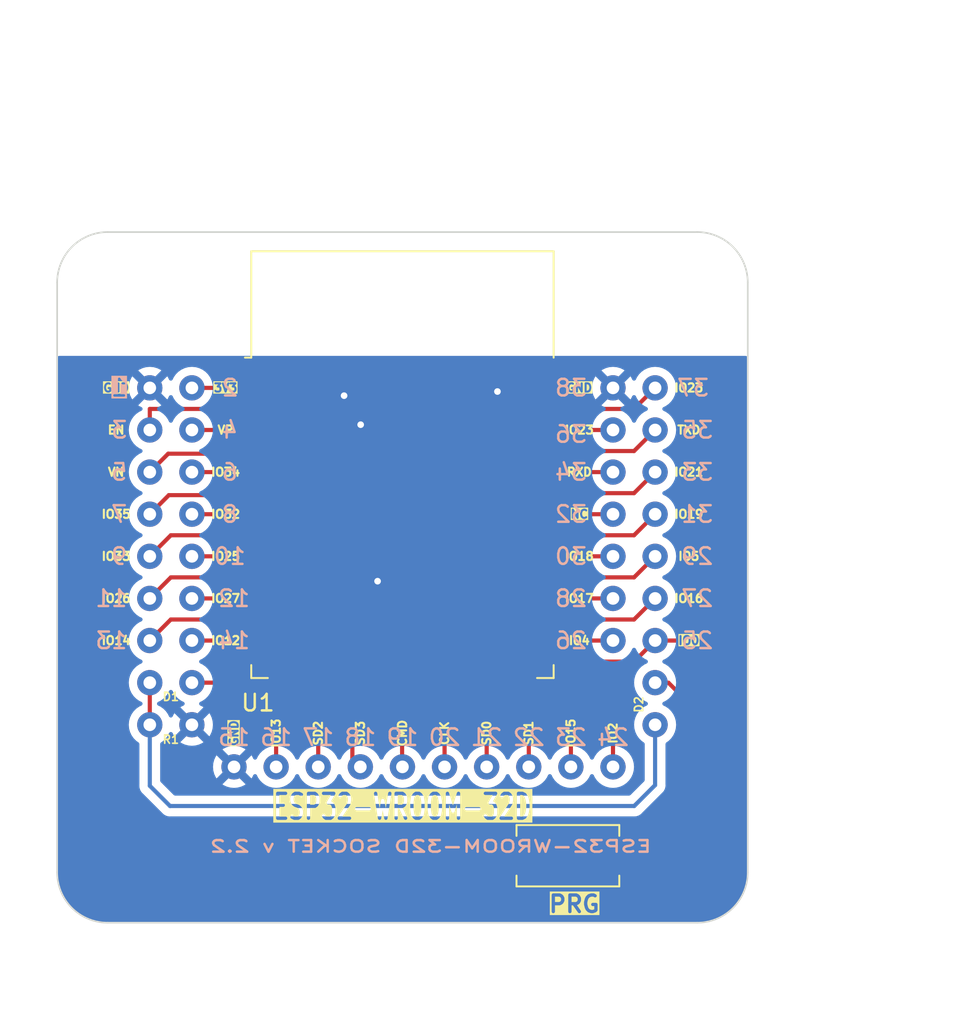
<source format=kicad_pcb>
(kicad_pcb (version 20221018) (generator pcbnew)
  (layers (0 "F.Cu" signal) (31 "B.Cu" signal) (34 "B.Paste" user) (35 "F.Paste" user) (36 "B.SilkS" user "B.Silkscreen") (37 "F.SilkS" user "F.Silkscreen") (38 "B.Mask" user) (39 "F.Mask" user) (44 "Edge.Cuts" user))
  (net 0 "")
  (net 1 "GND")
  (net 2 "+3V3")
  (net 3 "unconnected-(U1-EN-Pad3)")
  (net 4 "unconnected-(U1-SENSOR_VP-Pad4)")
  (net 5 "unconnected-(U1-SENSOR_VN-Pad5)")
  (net 6 "unconnected-(U1-IO34-Pad6)")
  (net 7 "unconnected-(U1-IO35-Pad7)")
  (net 8 "unconnected-(U1-IO32-Pad8)")
  (net 9 "unconnected-(U1-IO33-Pad9)")
  (net 10 "unconnected-(U1-IO25-Pad10)")
  (net 11 "unconnected-(U1-IO26-Pad11)")
  (net 12 "unconnected-(U1-IO27-Pad12)")
  (net 13 "unconnected-(U1-IO14-Pad13)")
  (net 14 "unconnected-(U1-IO12-Pad14)")
  (net 15 "unconnected-(U1-IO13-Pad16)")
  (net 16 "unconnected-(U1-SHD{slash}SD2-Pad17)")
  (net 17 "unconnected-(U1-SWP{slash}SD3-Pad18)")
  (net 18 "unconnected-(U1-SCS{slash}CMD-Pad19)")
  (net 19 "unconnected-(U1-SCK{slash}CLK-Pad20)")
  (net 20 "unconnected-(U1-SDO{slash}SD0-Pad21)")
  (net 21 "unconnected-(U1-SDI{slash}SD1-Pad22)")
  (net 22 "unconnected-(U1-IO15-Pad23)")
  (net 23 "unconnected-(U1-IO2-Pad24)")
  (net 24 "unconnected-(U1-IO4-Pad26)")
  (net 25 "unconnected-(U1-IO16-Pad27)")
  (net 26 "unconnected-(U1-IO17-Pad28)")
  (net 27 "unconnected-(U1-IO5-Pad29)")
  (net 28 "unconnected-(U1-IO18-Pad30)")
  (net 29 "unconnected-(U1-IO19-Pad31)")
  (net 30 "unconnected-(U1-NC-Pad32)")
  (net 31 "unconnected-(U1-IO21-Pad33)")
  (net 32 "unconnected-(U1-RXD0{slash}IO3-Pad34)")
  (net 33 "unconnected-(U1-TXD0{slash}IO1-Pad35)")
  (net 34 "unconnected-(U1-IO22-Pad36)")
  (net 35 "unconnected-(U1-IO23-Pad37)")
  (net 36 "Net-(D1-K)")
  (net 37 "Net-(D2-A)")
  (net 38 "Net-(U1-IO0)")
  (footprint "Alexander Footprints Library:R_2.5mm" (layer "F.Cu") (at 147.32 104.14)
    (fp_text reference "R1" (at -1.27 -1.651 unlocked) (layer "F.SilkS") (effects (font (size 0.5 0.5) (thickness 0.1))))
    (fp_text value "R")
    (pad "1" thru_hole circle (at -2.54 -2.54) (size 1.524 1.524) (drill 0.762) (layers "*.Cu" "*.Mask") (net 36 "Net-(D1-K)"))
    (pad "2" thru_hole circle (at 0 -2.54) (size 1.524 1.524) (drill 0.762) (layers "*.Cu" "*.Mask") (net 1 "GND"))
  )
  (footprint "Alexander Footprints Library:LED_2.5mm" (layer "F.Cu") (at 177.8 99.06 90)
    (fp_text reference "D2" (at -0.762 -3.2258 90 unlocked) (layer "F.SilkS") (effects (font (size 0.5 0.5) (thickness 0.1)) (justify right bottom)))
    (fp_text value "LED")
    (pad "1" thru_hole circle (at -2.54 -2.54 90) (size 1.524 1.524) (drill 0.762) (layers "*.Cu" "*.Mask") (net 36 "Net-(D1-K)"))
    (pad "2" thru_hole circle (at 0 -2.54 90) (size 1.524 1.524) (drill 0.762) (layers "*.Cu" "*.Mask") (net 37 "Net-(D2-A)"))
  )
  (footprint "Alexander Footprints Library:LED_2.5mm" (layer "F.Cu") (at 147.32 109.22)
    (fp_text reference "D1" (at -1.27 -9.017 unlocked) (layer "F.SilkS") (effects (font (size 0.5 0.5) (thickness 0.1)) (justify bottom)))
    (fp_text value "LED")
    (pad "1" thru_hole circle (at -2.54 -10.16) (size 1.524 1.524) (drill 0.762) (layers "*.Cu" "*.Mask") (net 36 "Net-(D1-K)"))
    (pad "2" thru_hole circle (at 0 -10.16) (size 1.524 1.524) (drill 0.762) (layers "*.Cu" "*.Mask") (net 2 "+3V3"))
  )
  (footprint "Alexander Footprints Library:ESP32-WROOM-Adapter-2" (layer "F.Cu") (at 160.02 88.9)
    (fp_text reference "U1" (at -7.62 10.795) (layer "F.SilkS") (effects (justify right top)))
    (fp_text value "ESP32-WROOM-32D")
    (fp_text user "ESP32-WROOM-32D" (at 0 17.653 unlocked) (layer "F.SilkS" knockout) (effects (font (size 1.5 1) (thickness 0.2) bold)))
    (fp_line (start -9.12 -15.86) (end -9.12 -9.445) (stroke (width 0.12)) (layer "F.SilkS"))
    (fp_line (start -9.12 -15.86) (end 9.12 -15.86) (stroke (width 0.12)) (layer "F.SilkS"))
    (fp_line (start -9.12 -9.445) (end -9.5 -9.445) (stroke (width 0.12)) (layer "F.SilkS"))
    (fp_line (start -9.12 9.1) (end -9.12 9.88) (stroke (width 0.12)) (layer "F.SilkS"))
    (fp_line (start -9.12 9.88) (end -8.12 9.88) (stroke (width 0.12)) (layer "F.SilkS"))
    (fp_line (start 9.12 -15.86) (end 9.12 -9.445) (stroke (width 0.12)) (layer "F.SilkS"))
    (fp_line (start 9.12 9.1) (end 9.12 9.88) (stroke (width 0.12)) (layer "F.SilkS"))
    (fp_line (start 9.12 9.88) (end 8.12 9.88) (stroke (width 0.12)) (layer "F.SilkS"))
    (pad "1" thru_hole circle (at -15.24 -7.62) (size 1.524 1.524) (drill 0.762) (layers "*.Cu" "*.Mask") (net 1 "GND"))
    (pad "1" smd rect (at -8.75 -8.25) (size 1.5 0.9) (layers "F.Cu" "F.Paste" "F.Mask") (net 1 "GND"))
    (pad "2" thru_hole circle (at -12.7 -7.62) (size 1.524 1.524) (drill 0.762) (layers "*.Cu" "*.Mask") (net 2 "+3V3"))
    (pad "2" smd rect (at -8.75 -6.98) (size 1.5 0.9) (layers "F.Cu" "F.Paste" "F.Mask") (net 2 "+3V3"))
    (pad "3" thru_hole circle (at -15.24 -5.08) (size 1.524 1.524) (drill 0.762) (layers "*.Cu" "*.Mask") (net 3 "unconnected-(U1-EN-Pad3)"))
    (pad "3" smd rect (at -8.75 -5.71) (size 1.5 0.9) (layers "F.Cu" "F.Paste" "F.Mask") (net 3 "unconnected-(U1-EN-Pad3)"))
    (pad "4" thru_hole circle (at -12.7 -5.08) (size 1.524 1.524) (drill 0.762) (layers "*.Cu" "*.Mask") (net 4 "unconnected-(U1-SENSOR_VP-Pad4)"))
    (pad "4" smd rect (at -8.75 -4.44) (size 1.5 0.9) (layers "F.Cu" "F.Paste" "F.Mask") (net 4 "unconnected-(U1-SENSOR_VP-Pad4)"))
    (pad "5" thru_hole circle (at -15.24 -2.54) (size 1.524 1.524) (drill 0.762) (layers "*.Cu" "*.Mask") (net 5 "unconnected-(U1-SENSOR_VN-Pad5)"))
    (pad "5" smd rect (at -8.75 -3.17) (size 1.5 0.9) (layers "F.Cu" "F.Paste" "F.Mask") (net 5 "unconnected-(U1-SENSOR_VN-Pad5)"))
    (pad "6" thru_hole circle (at -12.7 -2.54) (size 1.524 1.524) (drill 0.762) (layers "*.Cu" "*.Mask") (net 6 "unconnected-(U1-IO34-Pad6)"))
    (pad "6" smd rect (at -8.75 -1.9) (size 1.5 0.9) (layers "F.Cu" "F.Paste" "F.Mask") (net 6 "unconnected-(U1-IO34-Pad6)"))
    (pad "7" thru_hole circle (at -15.24 0) (size 1.524 1.524) (drill 0.762) (layers "*.Cu" "*.Mask") (net 7 "unconnected-(U1-IO35-Pad7)"))
    (pad "7" smd rect (at -8.75 -0.63) (size 1.5 0.9) (layers "F.Cu" "F.Paste" "F.Mask") (net 7 "unconnected-(U1-IO35-Pad7)"))
    (pad "8" thru_hole circle (at -12.7 0) (size 1.524 1.524) (drill 0.762) (layers "*.Cu" "*.Mask") (net 8 "unconnected-(U1-IO32-Pad8)"))
    (pad "8" smd rect (at -8.75 0.64) (size 1.5 0.9) (layers "F.Cu" "F.Paste" "F.Mask") (net 8 "unconnected-(U1-IO32-Pad8)"))
    (pad "9" thru_hole circle (at -15.24 2.54) (size 1.524 1.524) (drill 0.762) (layers "*.Cu" "*.Mask") (net 9 "unconnected-(U1-IO33-Pad9)"))
    (pad "9" smd rect (at -8.75 1.91) (size 1.5 0.9) (layers "F.Cu" "F.Paste" "F.Mask") (net 9 "unconnected-(U1-IO33-Pad9)"))
    (pad "10" thru_hole circle (at -12.7 2.54) (size 1.524 1.524) (drill 0.762) (layers "*.Cu" "*.Mask") (net 10 "unconnected-(U1-IO25-Pad10)"))
    (pad "10" smd rect (at -8.75 3.18) (size 1.5 0.9) (layers "F.Cu" "F.Paste" "F.Mask") (net 10 "unconnected-(U1-IO25-Pad10)"))
    (pad "11" thru_hole circle (at -15.24 5.08) (size 1.524 1.524) (drill 0.762) (layers "*.Cu" "*.Mask") (net 11 "unconnected-(U1-IO26-Pad11)"))
    (pad "11" smd rect (at -8.75 4.45) (size 1.5 0.9) (layers "F.Cu" "F.Paste" "F.Mask") (net 11 "unconnected-(U1-IO26-Pad11)"))
    (pad "12" thru_hole circle (at -12.7 5.08) (size 1.524 1.524) (drill 0.762) (layers "*.Cu" "*.Mask") (net 12 "unconnected-(U1-IO27-Pad12)"))
    (pad "12" smd rect (at -8.75 5.72) (size 1.5 0.9) (layers "F.Cu" "F.Paste" "F.Mask") (net 12 "unconnected-(U1-IO27-Pad12)"))
    (pad "13" thru_hole circle (at -15.24 7.62) (size 1.524 1.524) (drill 0.762) (layers "*.Cu" "*.Mask") (net 13 "unconnected-(U1-IO14-Pad13)"))
    (pad "13" smd rect (at -8.75 6.99) (size 1.5 0.9) (layers "F.Cu" "F.Paste" "F.Mask") (net 13 "unconnected-(U1-IO14-Pad13)"))
    (pad "14" thru_hole circle (at -12.7 7.62) (size 1.524 1.524) (drill 0.762) (layers "*.Cu" "*.Mask") (net 14 "unconnected-(U1-IO12-Pad14)"))
    (pad "14" smd rect (at -8.75 8.26) (size 1.5 0.9) (layers "F.Cu" "F.Paste" "F.Mask") (net 14 "unconnected-(U1-IO12-Pad14)"))
    (pad "15" thru_hole circle (at -10.16 15.24 90) (size 1.524 1.524) (drill 0.762) (layers "*.Cu" "*.Mask") (net 1 "GND"))
    (pad "15" smd rect (at -5.71 9.51 90) (size 1.5 0.9) (layers "F.Cu" "F.Paste" "F.Mask") (net 1 "GND"))
    (pad "16" thru_hole circle (at -7.62 15.24 90) (size 1.524 1.524) (drill 0.762) (layers "*.Cu" "*.Mask") (net 15 "unconnected-(U1-IO13-Pad16)"))
    (pad "16" smd rect (at -4.44 9.51 90) (size 1.5 0.9) (layers "F.Cu" "F.Paste" "F.Mask") (net 15 "unconnected-(U1-IO13-Pad16)"))
    (pad "17" thru_hole circle (at -5.08 15.24 90) (size 1.524 1.524) (drill 0.762) (layers "*.Cu" "*.Mask") (net 16 "unconnected-(U1-SHD{slash}SD2-Pad17)"))
    (pad "17" smd rect (at -3.17 9.51 90) (size 1.5 0.9) (layers "F.Cu" "F.Paste" "F.Mask") (net 16 "unconnected-(U1-SHD{slash}SD2-Pad17)"))
    (pad "18" thru_hole circle (at -2.54 15.24 90) (size 1.524 1.524) (drill 0.762) (layers "*.Cu" "*.Mask") (net 17 "unconnected-(U1-SWP{slash}SD3-Pad18)"))
    (pad "18" smd rect (at -1.9 9.51 90) (size 1.5 0.9) (layers "F.Cu" "F.Paste" "F.Mask") (net 17 "unconnected-(U1-SWP{slash}SD3-Pad18)"))
    (pad "19" smd rect (at -0.63 9.51 90) (size 1.5 0.9) (layers "F.Cu" "F.Paste" "F.Mask") (net 18 "unconnected-(U1-SCS{slash}CMD-Pad19)"))
    (pad "19" thru_hole circle (at 0 15.24 90) (size 1.524 1.524) (drill 0.762) (layers "*.Cu" "*.Mask") (net 18 "unconnected-(U1-SCS{slash}CMD-Pad19)"))
    (pad "20" smd rect (at 0.64 9.51 90) (size 1.5 0.9) (layers "F.Cu" "F.Paste" "F.Mask") (net 19 "unconnected-(U1-SCK{slash}CLK-Pad20)"))
    (pad "20" thru_hole circle (at 2.54 15.24 90) (size 1.524 1.524) (drill 0.762) (layers "*.Cu" "*.Mask") (net 19 "unconnected-(U1-SCK{slash}CLK-Pad20)"))
    (pad "21" smd rect (at 1.91 9.51 90) (size 1.5 0.9) (layers "F.Cu" "F.Paste" "F.Mask") (net 20 "unconnected-(U1-SDO{slash}SD0-Pad21)"))
    (pad "21" thru_hole circle (at 5.08 15.24 90) (size 1.524 1.524) (drill 0.762) (layers "*.Cu" "*.Mask") (net 20 "unconnected-(U1-SDO{slash}SD0-Pad21)"))
    (pad "22" smd rect (at 3.18 9.51 90) (size 1.5 0.9) (layers "F.Cu" "F.Paste" "F.Mask") (net 21 "unconnected-(U1-SDI{slash}SD1-Pad22)"))
    (pad "22" thru_hole circle (at 7.62 15.24 90) (size 1.524 1.524) (drill 0.762) (layers "*.Cu" "*.Mask") (net 21 "unconnected-(U1-SDI{slash}SD1-Pad22)"))
    (pad "23" smd rect (at 4.45 9.51 90) (size 1.5 0.9) (layers "F.Cu" "F.Paste" "F.Mask") (net 22 "unconnected-(U1-IO15-Pad23)"))
    (pad "23" thru_hole circle (at 10.16 15.24 90) (size 1.524 1.524) (drill 0.762) (layers "*.Cu" "*.Mask") (net 22 "unconnected-(U1-IO15-Pad23)"))
    (pad "24" smd rect (at 5.72 9.51 90) (size 1.5 0.9) (layers "F.Cu" "F.Paste" "F.Mask") (net 23 "unconnected-(U1-IO2-Pad24)"))
    (pad "24" thru_hole circle (at 12.7 15.24 90) (size 1.524 1.524) (drill 0.762) (layers "*.Cu" "*.Mask") (net 23 "unconnected-(U1-IO2-Pad24)"))
    (pad "25" smd rect (at 8.75 8.26) (size 1.5 0.9) (layers "F.Cu" "F.Paste" "F.Mask") (net 38 "Net-(U1-IO0)"))
    (pad "25" thru_hole circle (at 15.24 7.62) (size 1.524 1.524) (drill 0.762) (layers "*.Cu" "*.Mask") (net 38 "Net-(U1-IO0)"))
    (pad "26" smd rect (at 8.75 6.99) (size 1.5 0.9) (layers "F.Cu" "F.Paste" "F.Mask") (net 24 "unconnected-(U1-IO4-Pad26)"))
    (pad "26" thru_hole circle (at 12.7 7.62) (size 1.524 1.524) (drill 0.762) (layers "*.Cu" "*.Mask") (net 24 "unconnected-(U1-IO4-Pad26)"))
    (pad "27" smd rect (at 8.75 5.72) (size 1.5 0.9) (layers "F.Cu" "F.Paste" "F.Mask") (net 25 "unconnected-(U1-IO16-Pad27)"))
    (pad "27" thru_hole circle (at 15.24 5.08) (size 1.524 1.524) (drill 0.762) (layers "*.Cu" "*.Mask") (net 25 "unconnected-(U1-IO16-Pad27)"))
    (pad "28" smd rect (at 8.75 4.45) (size 1.5 0.9) (layers "F.Cu" "F.Paste" "F.Mask") (net 26 "unconnected-(U1-IO17-Pad28)"))
    (pad "28" thru_hole circle (at 12.7 5.08) (size 1.524 1.524) (drill 0.762) (layers "*.Cu" "*.Mask") (net 26 "unconnected-(U1-IO17-Pad28)"))
    (pad "29" smd rect (at 8.75 3.18) (size 1.5 0.9) (layers "F.Cu" "F.Paste" "F.Mask") (net 27 "unconnected-(U1-IO5-Pad29)"))
    (pad "29" thru_hole circle (at 15.24 2.54) (size 1.524 1.524) (drill 0.762) (layers "*.Cu" "*.Mask") (net 27 "unconnected-(U1-IO5-Pad29)"))
    (pad "30" smd rect (at 8.75 1.91) (size 1.5 0.9) (layers "F.Cu" "F.Paste" "F.Mask") (net 28 "unconnected-(U1-IO18-Pad30)"))
    (pad "30" thru_hole circle (at 12.7 2.54) (size 1.524 1.524) (drill 0.762) (layers "*.Cu" "*.Mask") (net 28 "unconnected-(U1-IO18-Pad30)"))
    (pad "31" smd rect (at 8.75 0.64) (size 1.5 0.9) (layers "F.Cu" "F.Paste" "F.Mask") (net 29 "unconnected-(U1-IO19-Pad31)"))
    (pad "31" thru_hole circle (at 15.24 0) (size 1.524 1.524) (drill 0.762) (layers "*.Cu" "*.Mask") (net 29 "unconnected-(U1-IO19-Pad31)"))
    (pad "32" smd rect (at 8.75 -0.63) (size 1.5 0.9) (layers "F.Cu" "F.Paste" "F.Mask") (net 30 "unconnected-(U1-NC-Pad32)"))
    (pad "32" thru_hole circle (at 12.7 0) (size 1.524 1.524) (drill 0.762) (layers "*.Cu" "*.Mask") (net 30 "unconnected-(U1-NC-Pad32)"))
    (pad "33" smd rect (at 8.75 -1.9) (size 1.5 0.9) (layers "F.Cu" "F.Paste" "F.Mask") (net 31 "unconnected-(U1-IO21-Pad33)"))
    (pad "33" thru_hole circle (at 15.24 -2.54) (size 1.524 1.524) (drill 0.762) (layers "*.Cu" "*.Mask") (net 31 "unconnected-(U1-IO21-Pad33)"))
    (pad "34" smd rect (at 8.75 -3.17) (size 1.5 0.9) (layers "F.Cu" "F.Paste" "F.Mask") (net 32 "unconnected-(U1-RXD0{slash}IO3-Pad34)"))
    (pad "34" thru_hole circle (at 12.7 -2.54) (size 1.524 1.524) (drill 0.762) (layers "*.Cu" "*.Mask") (net 32 "unconnected-(U1-RXD0{slash}IO3-Pad34)"))
    (pad "35" smd rect (at 8.75 -4.44) (size 1.5 0.9) (layers "F.Cu" "F.Paste" "F.Mask") (net 33 "unconnected-(U1-TXD0{slash}IO1-Pad35)"))
    (pad "35" thru_hole circle (at 15.24 -5.08) (size 1.524 1.524) (drill 0.762) (layers "*.Cu" "*.Mask") (net 33 "unconnected-(U1-TXD0{slash}IO1-Pad35)"))
    (pad "36" smd rect (at 8.75 -5.71) (size 1.5 0.9) (layers "F.Cu" "F.Paste" "F.Mask") (net 34 "unconnected-(U1-IO22-Pad36)"))
    (pad "36" thru_hole circle (at 12.7 -5.08) (size 1.524 1.524) (drill 0.762) (layers "*.Cu" "*.Mask") (net 34 "unconnected-(U1-IO22-Pad36)"))
    (pad "37" smd rect (at 8.75 -6.98) (size 1.5 0.9) (layers "F.Cu" "F.Paste" "F.Mask") (net 35 "unconnected-(U1-IO23-Pad37)"))
    (pad "37" thru_hole circle (at 15.24 -7.62) (size 1.524 1.524) (drill 0.762) (layers "*.Cu" "*.Mask") (net 35 "unconnected-(U1-IO23-Pad37)"))
    (pad "38" smd rect (at 8.75 -8.25) (size 1.5 0.9) (layers "F.Cu" "F.Paste" "F.Mask") (net 1 "GND"))
    (pad "38" thru_hole circle (at 12.7 -7.62) (size 1.524 1.524) (drill 0.762) (layers "*.Cu" "*.Mask") (net 1 "GND"))
    (pad "39" smd rect (at -1.5 -0.53) (size 3.8 3.8) (layers "F.Cu" "F.Mask") (net 1 "GND"))
    (zone (net 0) (net_name "") (layers "*.Cu") (connect_pads (clearance 0)) (min_thickness 0.254)
      (keepout (tracks not_allowed) (vias not_allowed) (pads not_allowed) (copperpour not_allowed) (footprints not_allowed))
      (fill (thermal_gap 0.508) (thermal_bridge_width 0.508))
      (polygon (pts (xy 136.02 79.35) (xy 184.02 79.35) (xy 184.02 58.16) (xy 136.02 58.16)))
    )
  )
  (footprint "Button_Switch_SMD:SW_SPST_EVQPE1" (layer "F.Cu") (at 170 109.5 180)
    (fp_text reference "SW1" hide)
    (fp_text value "PRG")
    (fp_line (start -3.1 -1.85) (end -3.1 -1.2) (stroke (width 0.12)) (layer "F.SilkS"))
    (fp_line (start -3.1 1.2) (end -3.1 1.85) (stroke (width 0.12)) (layer "F.SilkS"))
    (fp_line (start -3.1 1.85) (end 3.1 1.85) (stroke (width 0.12)) (layer "F.SilkS"))
    (fp_line (start 3.1 -1.85) (end -3.1 -1.85) (stroke (width 0.12)) (layer "F.SilkS"))
    (fp_line (start 3.1 -1.85) (end 3.1 -1.2) (stroke (width 0.12)) (layer "F.SilkS"))
    (fp_line (start 3.1 1.85) (end 3.1 1.2) (stroke (width 0.12)) (layer "F.SilkS"))
    (pad "1" smd rect (at -2.7 0 180) (size 2 1.6) (layers "F.Cu" "F.Paste" "F.Mask") (net 38 "Net-(U1-IO0)"))
    (pad "2" smd rect (at 2.7 0 180) (size 2 1.6) (layers "F.Cu" "F.Paste" "F.Mask") (net 37 "Net-(D2-A)"))
  )
  (gr_line (start 177.8 113.538) (end 142.24 113.538) (stroke (width 0.1)) (layer "Edge.Cuts"))
  (gr_arc (start 177.8 71.882) (mid 179.955261 72.774739) (end 180.848 74.93) (stroke (width 0.1)) (layer "Edge.Cuts"))
  (gr_arc (start 139.192 74.93) (mid 140.084739 72.774739) (end 142.24 71.882) (stroke (width 0.1)) (layer "Edge.Cuts"))
  (gr_arc (start 142.24 113.538) (mid 140.084739 112.645261) (end 139.192 110.49) (stroke (width 0.1)) (layer "Edge.Cuts"))
  (gr_arc (start 180.848 110.49) (mid 179.955261 112.645261) (end 177.8 113.538) (stroke (width 0.1)) (layer "Edge.Cuts"))
  (gr_line (start 139.192 74.93) (end 139.192 110.49) (stroke (width 0.1)) (layer "Edge.Cuts"))
  (gr_line (start 177.8 71.882) (end 142.24 71.882) (stroke (width 0.1)) (layer "Edge.Cuts"))
  (gr_line (start 180.848 110.49) (end 180.848 74.93) (stroke (width 0.1)) (layer "Edge.Cuts"))
  (gr_text "26" (at 170.18 96.52) (layer "B.SilkS") (effects (font (size 1 1)) (justify mirror)))
  (gr_text "14" (at 149.86 96.52) (layer "B.SilkS") (effects (font (size 1 1)) (justify mirror)))
  (gr_text "18" (at 157.48 102.362) (layer "B.SilkS") (effects (font (size 1 1)) (justify mirror)))
  (gr_text "13" (at 143.51 96.52) (layer "B.SilkS") (effects (font (size 1 1)) (justify left mirror)))
  (gr_text "15" (at 149.86 102.362) (layer "B.SilkS") (effects (font (size 1 1)) (justify mirror)))
  (gr_text "24" (at 172.72 102.362) (layer "B.SilkS") (effects (font (size 1 1)) (justify mirror)))
  (gr_text "6" (at 149.606 86.36) (layer "B.SilkS") (effects (font (size 1 1)) (justify mirror)))
  (gr_text "7" (at 143.51 88.9) (layer "B.SilkS") (effects (font (size 1 1)) (justify left mirror)))
  (gr_text "28" (at 170.18 93.98) (layer "B.SilkS") (effects (font (size 1 1)) (justify mirror)))
  (gr_text "33" (at 177.8 86.36) (layer "B.SilkS") (effects (font (size 1 1)) (justify mirror)))
  (gr_text "19" (at 160.02 102.362) (layer "B.SilkS") (effects (font (size 1 1)) (justify mirror)))
  (gr_text "5" (at 143.51 86.36) (layer "B.SilkS") (effects (font (size 1 1)) (justify left mirror)))
  (gr_text "31" (at 177.8 88.9) (layer "B.SilkS") (effects (font (size 1 1)) (justify mirror)))
  (gr_text "10" (at 149.606 91.44) (layer "B.SilkS") (effects (font (size 1 1)) (justify mirror)))
  (gr_text "16" (at 152.4 102.362) (layer "B.SilkS") (effects (font (size 1 1)) (justify mirror)))
  (gr_text "3" (at 143.51 83.82) (layer "B.SilkS") (effects (font (size 1 1)) (justify left mirror)))
  (gr_text "32" (at 170.18 88.9) (layer "B.SilkS") (effects (font (size 1 1)) (justify mirror)))
  (gr_text "22" (at 167.64 102.362) (layer "B.SilkS") (effects (font (size 1 1)) (justify mirror)))
  (gr_text "27" (at 177.8 93.98) (layer "B.SilkS") (effects (font (size 1 1)) (justify mirror)))
  (gr_text "4" (at 149.606 83.82) (layer "B.SilkS") (effects (font (size 1 1)) (justify mirror)))
  (gr_text "25" (at 177.8 96.52) (layer "B.SilkS") (effects (font (size 1 1)) (justify mirror)))
  (gr_text "8" (at 149.606 88.9) (layer "B.SilkS") (effects (font (size 1 1)) (justify mirror)))
  (gr_text "17" (at 154.94 102.362) (layer "B.SilkS") (effects (font (size 1 1)) (justify mirror)))
  (gr_text "36" (at 170.18 84.074) (layer "B.SilkS") (effects (font (size 1 1)) (justify mirror)))
  (gr_text "37" (at 177.546 81.28) (layer "B.SilkS") (effects (font (size 1 1)) (justify mirror)))
  (gr_text "23\n" (at 170.18 102.362) (layer "B.SilkS") (effects (font (size 1 1)) (justify mirror)))
  (gr_text "29" (at 177.8 91.44) (layer "B.SilkS") (effects (font (size 1 1)) (justify mirror)))
  (gr_text "35" (at 177.8 83.82) (layer "B.SilkS") (effects (font (size 1 1)) (justify mirror)))
  (gr_text "30" (at 170.18 91.44) (layer "B.SilkS") (effects (font (size 1 1)) (justify mirror)))
  (gr_text "9" (at 143.51 91.44) (layer "B.SilkS") (effects (font (size 1 1)) (justify left mirror)))
  (gr_text "11" (at 143.51 93.98) (layer "B.SilkS") (effects (font (size 1 1)) (justify left mirror)))
  (gr_text "34" (at 170.18 86.36) (layer "B.SilkS") (effects (font (size 1 1)) (justify mirror)))
  (gr_text "2" (at 149.606 81.28) (layer "B.SilkS") (effects (font (size 1 1)) (justify mirror)))
  (gr_text "20" (at 162.56 102.362) (layer "B.SilkS") (effects (font (size 1 1)) (justify mirror)))
  (gr_text "12" (at 149.86 93.98) (layer "B.SilkS") (effects (font (size 1 1)) (justify mirror)))
  (gr_text "21" (at 165.1 102.362) (layer "B.SilkS") (effects (font (size 1 1)) (justify mirror)))
  (gr_text "1" (at 143.51 81.28) (layer "B.SilkS" knockout) (effects (font (size 1 1)) (justify left mirror)))
  (gr_text "38" (at 170.18 81.28) (layer "B.SilkS") (effects (font (size 1 1)) (justify mirror)))
  (gr_text "ESP32-WROOM-32D SOCKET v 2.2" (at 175.133 109.347) (layer "B.SilkS") (effects (font (size 0.7 1)) (justify left bottom mirror)))
  (gr_text "RXD" (at 170.688 86.36) (layer "F.SilkS") (effects (font (size 0.5 0.5) (thickness 0.125))))
  (gr_text "CMD" (at 160.02 102.108 90) (layer "F.SilkS") (effects (font (size 0.5 0.5) (thickness 0.125))))
  (gr_text "IO23" (at 170.688 83.82) (layer "F.SilkS") (effects (font (size 0.5 0.5) (thickness 0.125))))
  (gr_text "SD2" (at 154.94 102.108 90) (layer "F.SilkS") (effects (font (size 0.5 0.5) (thickness 0.125))))
  (gr_text "CLK" (at 162.56 102.108 90) (layer "F.SilkS") (effects (font (size 0.5 0.5) (thickness 0.125))))
  (gr_text "IO18" (at 170.688 91.44) (layer "F.SilkS") (effects (font (size 0.5 0.5) (thickness 0.125))))
  (gr_text "IO13" (at 152.4 102.108 90) (layer "F.SilkS") (effects (font (size 0.5 0.5) (thickness 0.125))))
  (gr_text "SD0" (at 165.1 102.108 90) (layer "F.SilkS") (effects (font (size 0.5 0.5) (thickness 0.125))))
  (gr_text "IO35" (at 142.748 88.9) (layer "F.SilkS") (effects (font (size 0.5 0.5) (thickness 0.125))))
  (gr_text "IO4" (at 170.688 96.52) (layer "F.SilkS") (effects (font (size 0.5 0.5) (thickness 0.125))))
  (gr_text "IO14" (at 142.748 96.52) (layer "F.SilkS") (effects (font (size 0.5 0.5) (thickness 0.125))))
  (gr_text "IO15" (at 170.18 102.108 90) (layer "F.SilkS") (effects (font (size 0.5 0.5) (thickness 0.125))))
  (gr_text "PRG" (at 168.75 113) (layer "F.SilkS" knockout) (effects (font (size 1 1) (thickness 0.2) bold) (justify left bottom)))
  (gr_text "IO5" (at 177.292 91.44) (layer "F.SilkS") (effects (font (size 0.5 0.5) (thickness 0.125))))
  (gr_text "VN" (at 142.748 86.36) (layer "F.SilkS") (effects (font (size 0.5 0.5) (thickness 0.125))))
  (gr_text "IO25" (at 149.352 91.44) (layer "F.SilkS") (effects (font (size 0.5 0.5) (thickness 0.125))))
  (gr_text "SD1" (at 167.64 102.108 90) (layer "F.SilkS") (effects (font (size 0.5 0.5) (thickness 0.125))))
  (gr_text "IO12" (at 149.352 96.52) (layer "F.SilkS") (effects (font (size 0.5 0.5) (thickness 0.125))))
  (gr_text "3V3" (at 149.352 81.28) (layer "F.SilkS" knockout) (effects (font (size 0.5 0.5) (thickness 0.125))))
  (gr_text "IO26" (at 142.748 93.98) (layer "F.SilkS") (effects (font (size 0.5 0.5) (thickness 0.125))))
  (gr_text "VP" (at 149.352 83.82) (layer "F.SilkS") (effects (font (size 0.5 0.5) (thickness 0.125))))
  (gr_text "GND" (at 142.748 81.28) (layer "F.SilkS" knockout) (effects (font (size 0.5 0.5) (thickness 0.125))))
  (gr_text "IO34" (at 149.352 86.36) (layer "F.SilkS") (effects (font (size 0.5 0.5) (thickness 0.125))))
  (gr_text "IO23" (at 177.292 81.28) (layer "F.SilkS") (effects (font (size 0.5 0.5) (thickness 0.125))))
  (gr_text "IO16" (at 177.292 93.98) (layer "F.SilkS") (effects (font (size 0.5 0.5) (thickness 0.125))))
  (gr_text "IO17" (at 170.688 93.98) (layer "F.SilkS") (effects (font (size 0.5 0.5) (thickness 0.125))))
  (gr_text "IO0" (at 177.292 96.52) (layer "F.SilkS" knockout) (effects (font (size 0.5 0.5) (thickness 0.125))))
  (gr_text "TXD" (at 177.292 83.82) (layer "F.SilkS") (effects (font (size 0.5 0.5) (thickness 0.125))))
  (gr_text "SD3" (at 157.48 102.108 90) (layer "F.SilkS") (effects (font (size 0.5 0.5) (thickness 0.125))))
  (gr_text "EN" (at 142.748 83.82) (layer "F.SilkS") (effects (font (size 0.5 0.5) (thickness 0.125))))
  (gr_text "IO19" (at 177.292 88.9) (layer "F.SilkS") (effects (font (size 0.5 0.5) (thickness 0.125))))
  (gr_text "IO32" (at 149.352 88.9) (layer "F.SilkS") (effects (font (size 0.5 0.5) (thickness 0.125))))
  (gr_text "GND" (at 170.688 81.28) (layer "F.SilkS" knockout) (effects (font (size 0.5 0.5) (thickness 0.125))))
  (gr_text "IO27" (at 149.352 93.98) (layer "F.SilkS") (effects (font (size 0.5 0.5) (thickness 0.125))))
  (gr_text "GND" (at 149.86 102.108 90) (layer "F.SilkS" knockout) (effects (font (size 0.5 0.5) (thickness 0.125))))
  (gr_text "IO21" (at 177.292 86.36) (layer "F.SilkS") (effects (font (size 0.5 0.5) (thickness 0.125))))
  (gr_text "IO33" (at 142.748 91.44) (layer "F.SilkS") (effects (font (size 0.5 0.5) (thickness 0.125))))
  (gr_text "NC" (at 170.688 88.9) (layer "F.SilkS" knockout) (effects (font (size 0.5 0.5) (thickness 0.125))))
  (gr_text "IO2" (at 172.72 102.108 90) (layer "F.SilkS") (effects (font (size 0.5 0.5) (thickness 0.125))))
  (segment (start 167 80.65) (end 160.19 80.65) (width 0.25) (layer "F.Cu") (net 1))
  (segment (start 156.85 80.65) (end 158.52 82.32) (width 0.25) (layer "F.Cu") (net 1))
  (segment (start 158.52 92.94) (end 158.52 88.37) (width 0.25) (layer "F.Cu") (net 1))
  (segment (start 158.52 83.5) (end 158.52 88.37) (width 0.25) (layer "F.Cu") (net 1))
  (segment (start 156.85 80.65) (end 156.85 81.4) (width 0.25) (layer "F.Cu") (net 1))
  (segment (start 156.85 81.4) (end 156.5 81.75) (width 0.25) (layer "F.Cu") (net 1))
  (segment (start 154.31 98.41) (end 154.31 97.15) (width 0.25) (layer "F.Cu") (net 1))
  (segment (start 168.77 80.65) (end 167 80.65) (width 0.25) (layer "F.Cu") (net 1))
  (segment (start 158.52 83.5) (end 157.5 83.5) (width 0.25) (layer "F.Cu") (net 1))
  (segment (start 154.31 97.15) (end 158.52 92.94) (width 0.25) (layer "F.Cu") (net 1))
  (segment (start 158.52 82.32) (end 158.52 83.5) (width 0.25) (layer "F.Cu") (net 1))
  (segment (start 160.19 80.65) (end 158.52 82.32) (width 0.25) (layer "F.Cu") (net 1))
  (segment (start 151.27 80.65) (end 156.85 80.65) (width 0.25) (layer "F.Cu") (net 1))
  (segment (start 166.6 80.65) (end 165.75 81.5) (width 0.25) (layer "F.Cu") (net 1))
  (segment (start 167 80.65) (end 166.6 80.65) (width 0.25) (layer "F.Cu") (net 1))
  (via (at 157.5 83.5) (size 0.8) (drill 0.4) (layers "F.Cu" "B.Cu") (net 1))
  (via (at 165.75 81.5) (size 0.8) (drill 0.4) (layers "F.Cu" "B.Cu") (net 1))
  (via (at 158.52 92.94) (size 0.8) (drill 0.4) (layers "F.Cu" "B.Cu") (net 1))
  (via (at 156.5 81.75) (size 0.8) (drill 0.4) (layers "F.Cu" "B.Cu") (net 1))
  (segment (start 147.32 99.06) (end 151.892 99.06) (width 0.25) (layer "F.Cu") (net 2))
  (segment (start 152.908 82.169) (end 152.659 81.92) (width 0.25) (layer "F.Cu") (net 2))
  (segment (start 149.22 81.28) (end 149.86 81.92) (width 0.25) (layer "F.Cu") (net 2))
  (segment (start 151.27 81.92) (end 149.86 81.92) (width 0.25) (layer "F.Cu") (net 2))
  (segment (start 152.659 81.92) (end 151.27 81.92) (width 0.25) (layer "F.Cu") (net 2))
  (segment (start 147.32 81.28) (end 149.22 81.28) (width 0.25) (layer "F.Cu") (net 2))
  (segment (start 152.908 98.044) (end 152.908 82.169) (width 0.25) (layer "F.Cu") (net 2))
  (segment (start 151.892 99.06) (end 152.908 98.044) (width 0.25) (layer "F.Cu") (net 2))
  (segment (start 149.22 82.55) (end 144.78 82.55) (width 0.25) (layer "F.Cu") (net 3))
  (segment (start 149.86 83.19) (end 149.22 82.55) (width 0.25) (layer "F.Cu") (net 3))
  (segment (start 151.27 83.19) (end 149.86 83.19) (width 0.25) (layer "F.Cu") (net 3))
  (segment (start 144.78 82.55) (end 144.78 83.82) (width 0.25) (layer "F.Cu") (net 3))
  (segment (start 147.32 83.82) (end 149.098 83.82) (width 0.25) (layer "F.Cu") (net 4))
  (segment (start 149.098 83.82) (end 149.738 84.46) (width 0.25) (layer "F.Cu") (net 4))
  (segment (start 149.738 84.46) (end 151.27 84.46) (width 0.25) (layer "F.Cu") (net 4))
  (segment (start 149.86 85.73) (end 151.27 85.73) (width 0.25) (layer "F.Cu") (net 5))
  (segment (start 149.38 85.25) (end 149.86 85.73) (width 0.25) (layer "F.Cu") (net 5))
  (segment (start 144.78 86.36) (end 145.89 85.25) (width 0.25) (layer "F.Cu") (net 5))
  (segment (start 145.89 85.25) (end 149.38 85.25) (width 0.25) (layer "F.Cu") (net 5))
  (segment (start 149.098 86.36) (end 147.32 86.36) (width 0.25) (layer "F.Cu") (net 6))
  (segment (start 149.738 87) (end 149.098 86.36) (width 0.25) (layer "F.Cu") (net 6))
  (segment (start 151.27 87) (end 149.738 87) (width 0.25) (layer "F.Cu") (net 6))
  (segment (start 149.86 88.27) (end 151.27 88.27) (width 0.25) (layer "F.Cu") (net 7))
  (segment (start 145.93 87.75) (end 149.34 87.75) (width 0.25) (layer "F.Cu") (net 7))
  (segment (start 144.78 88.9) (end 145.93 87.75) (width 0.25) (layer "F.Cu") (net 7))
  (segment (start 149.34 87.75) (end 149.86 88.27) (width 0.25) (layer "F.Cu") (net 7))
  (segment (start 151.27 89.54) (end 149.992 89.54) (width 0.25) (layer "F.Cu") (net 8))
  (segment (start 149.352 88.9) (end 147.32 88.9) (width 0.25) (layer "F.Cu") (net 8))
  (segment (start 149.992 89.54) (end 149.352 88.9) (width 0.25) (layer "F.Cu") (net 8))
  (segment (start 149.22 90.17) (end 149.86 90.81) (width 0.25) (layer "F.Cu") (net 9))
  (segment (start 146.05 90.17) (end 149.22 90.17) (width 0.25) (layer "F.Cu") (net 9))
  (segment (start 144.78 91.44) (end 146.05 90.17) (width 0.25) (layer "F.Cu") (net 9))
  (segment (start 149.86 90.81) (end 151.27 90.81) (width 0.25) (layer "F.Cu") (net 9))
  (segment (start 149.738 92.08) (end 149.098 91.44) (width 0.25) (layer "F.Cu") (net 10))
  (segment (start 151.27 92.08) (end 149.738 92.08) (width 0.25) (layer "F.Cu") (net 10))
  (segment (start 149.098 91.44) (end 147.32 91.44) (width 0.25) (layer "F.Cu") (net 10))
  (segment (start 148.59 92.71) (end 146.05 92.71) (width 0.25) (layer "F.Cu") (net 11))
  (segment (start 149.23 93.35) (end 148.59 92.71) (width 0.25) (layer "F.Cu") (net 11))
  (segment (start 146.05 92.71) (end 144.78 93.98) (width 0.25) (layer "F.Cu") (net 11))
  (segment (start 151.27 93.35) (end 149.23 93.35) (width 0.25) (layer "F.Cu") (net 11))
  (segment (start 151.27 94.62) (end 149.23 94.62) (width 0.25) (layer "F.Cu") (net 12))
  (segment (start 148.59 93.98) (end 147.32 93.98) (width 0.25) (layer "F.Cu") (net 12))
  (segment (start 149.23 94.62) (end 148.59 93.98) (width 0.25) (layer "F.Cu") (net 12))
  (segment (start 144.78 96.52) (end 146.05 95.25) (width 0.25) (layer "F.Cu") (net 13))
  (segment (start 146.05 95.25) (end 148.59 95.25) (width 0.25) (layer "F.Cu") (net 13))
  (segment (start 149.23 95.89) (end 151.27 95.89) (width 0.25) (layer "F.Cu") (net 13))
  (segment (start 148.59 95.25) (end 149.23 95.89) (width 0.25) (layer "F.Cu") (net 13))
  (segment (start 148.844 96.52) (end 147.32 96.52) (width 0.25) (layer "F.Cu") (net 14))
  (segment (start 149.484 97.16) (end 148.844 96.52) (width 0.25) (layer "F.Cu") (net 14))
  (segment (start 151.27 97.16) (end 149.484 97.16) (width 0.25) (layer "F.Cu") (net 14))
  (segment (start 154.75 101.25) (end 153.75 101.25) (width 0.25) (layer "F.Cu") (net 15))
  (segment (start 155.58 98.41) (end 155.58 100.42) (width 0.25) (layer "F.Cu") (net 15))
  (segment (start 152.4 102.6) (end 152.4 104.14) (width 0.25) (layer "F.Cu") (net 15))
  (segment (start 153.75 101.25) (end 152.4 102.6) (width 0.25) (layer "F.Cu") (net 15))
  (segment (start 155.58 100.42) (end 154.75 101.25) (width 0.25) (layer "F.Cu") (net 15))
  (segment (start 154.94 102.435) (end 156.85 100.525) (width 0.25) (layer "F.Cu") (net 16))
  (segment (start 154.94 104.14) (end 154.94 102.435) (width 0.25) (layer "F.Cu") (net 16))
  (segment (start 156.85 100.525) (end 156.85 98.41) (width 0.25) (layer "F.Cu") (net 16))
  (segment (start 157 102.25) (end 158.12 101.13) (width 0.25) (layer "F.Cu") (net 17))
  (segment (start 157 103.66) (end 157 102.25) (width 0.25) (layer "F.Cu") (net 17))
  (segment (start 158.12 101.13) (end 158.12 98.41) (width 0.25) (layer "F.Cu") (net 17))
  (segment (start 157.48 104.14) (end 157 103.66) (width 0.25) (layer "F.Cu") (net 17))
  (segment (start 159.39 100.89) (end 159.39 98.41) (width 0.25) (layer "F.Cu") (net 18))
  (segment (start 160 101.5) (end 159.39 100.89) (width 0.25) (layer "F.Cu") (net 18))
  (segment (start 160.02 104.14) (end 160 104.12) (width 0.25) (layer "F.Cu") (net 18))
  (segment (start 160 104.12) (end 160 101.5) (width 0.25) (layer "F.Cu") (net 18))
  (segment (start 162.56 101.81) (end 160.66 99.91) (width 0.25) (layer "F.Cu") (net 19))
  (segment (start 162.56 104.14) (end 162.56 101.81) (width 0.25) (layer "F.Cu") (net 19))
  (segment (start 160.66 99.91) (end 160.66 98.41) (width 0.25) (layer "F.Cu") (net 19))
  (segment (start 165.1 102.85) (end 161.93 99.68) (width 0.25) (layer "F.Cu") (net 20))
  (segment (start 161.93 99.68) (end 161.93 98.41) (width 0.25) (layer "F.Cu") (net 20))
  (segment (start 165.1 104.14) (end 165.1 102.85) (width 0.25) (layer "F.Cu") (net 20))
  (segment (start 167.64 102.64) (end 167.2 102.2) (width 0.25) (layer "F.Cu") (net 21))
  (segment (start 167.64 104.14) (end 167.64 102.64) (width 0.25) (layer "F.Cu") (net 21))
  (segment (start 165.2 102.2) (end 163.2 100.2) (width 0.25) (layer "F.Cu") (net 21))
  (segment (start 167.2 102.2) (end 165.2 102.2) (width 0.25) (layer "F.Cu") (net 21))
  (segment (start 163.2 100.2) (end 163.2 98.41) (width 0.25) (layer "F.Cu") (net 21))
  (segment (start 170.18 102.68) (end 170.18 104.14) (width 0.25) (layer "F.Cu") (net 22))
  (segment (start 164.47 98.41) (end 164.47 100.22) (width 0.25) (layer "F.Cu") (net 22))
  (segment (start 166 101.75) (end 169.25 101.75) (width 0.25) (layer "F.Cu") (net 22))
  (segment (start 169.25 101.75) (end 170.18 102.68) (width 0.25) (layer "F.Cu") (net 22))
  (segment (start 164.47 100.22) (end 166 101.75) (width 0.25) (layer "F.Cu") (net 22))
  (segment (start 171.55 101.3) (end 172.72 102.47) (width 0.25) (layer "F.Cu") (net 23))
  (segment (start 165.74 100.24) (end 166.8 101.3) (width 0.25) (layer "F.Cu") (net 23))
  (segment (start 165.74 98.41) (end 165.74 100.24) (width 0.25) (layer "F.Cu") (net 23))
  (segment (start 166.8 101.3) (end 171.55 101.3) (width 0.25) (layer "F.Cu") (net 23))
  (segment (start 172.72 102.47) (end 172.72 104.14) (width 0.25) (layer "F.Cu") (net 23))
  (segment (start 170.942 96.52) (end 172.72 96.52) (width 0.25) (layer "F.Cu") (net 24))
  (segment (start 170.312 95.89) (end 170.942 96.52) (width 0.25) (layer "F.Cu") (net 24))
  (segment (start 168.77 95.89) (end 170.312 95.89) (width 0.25) (layer "F.Cu") (net 24))
  (segment (start 173.99 95.25) (end 175.26 93.98) (width 0.25) (layer "F.Cu") (net 25))
  (segment (start 169.733 94.62) (end 170.363 95.25) (width 0.25) (layer "F.Cu") (net 25))
  (segment (start 170.363 95.25) (end 173.99 95.25) (width 0.25) (layer "F.Cu") (net 25))
  (segment (start 168.77 94.62) (end 169.733 94.62) (width 0.25) (layer "F.Cu") (net 25))
  (segment (start 168.77 93.35) (end 170.312 93.35) (width 0.25) (layer "F.Cu") (net 26))
  (segment (start 170.942 93.98) (end 172.72 93.98) (width 0.25) (layer "F.Cu") (net 26))
  (segment (start 170.312 93.35) (end 170.942 93.98) (width 0.25) (layer "F.Cu") (net 26))
  (segment (start 171.074 92.08) (end 171.704 92.71) (width 0.25) (layer "F.Cu") (net 27))
  (segment (start 173.99 92.71) (end 175.26 91.44) (width 0.25) (layer "F.Cu") (net 27))
  (segment (start 168.77 92.08) (end 171.074 92.08) (width 0.25) (layer "F.Cu") (net 27))
  (segment (start 171.704 92.71) (end 173.99 92.71) (width 0.25) (layer "F.Cu") (net 27))
  (segment (start 170.942 91.44) (end 172.72 91.44) (width 0.25) (layer "F.Cu") (net 28))
  (segment (start 170.312 90.81) (end 170.942 91.44) (width 0.25) (layer "F.Cu") (net 28))
  (segment (start 168.77 90.81) (end 170.312 90.81) (width 0.25) (layer "F.Cu") (net 28))
  (segment (start 173.99 90.17) (end 175.26 88.9) (width 0.25) (layer "F.Cu") (net 29))
  (segment (start 168.77 89.54) (end 169.733 89.54) (width 0.25) (layer "F.Cu") (net 29))
  (segment (start 170.363 90.17) (end 173.99 90.17) (width 0.25) (layer "F.Cu") (net 29))
  (segment (start 169.733 89.54) (end 170.363 90.17) (width 0.25) (layer "F.Cu") (net 29))
  (segment (start 171.196 88.9) (end 172.72 88.9) (width 0.25) (layer "F.Cu") (net 30))
  (segment (start 168.77 88.27) (end 170.566 88.27) (width 0.25) (layer "F.Cu") (net 30))
  (segment (start 170.566 88.27) (end 171.196 88.9) (width 0.25) (layer "F.Cu") (net 30))
  (segment (start 170.363 87.63) (end 173.99 87.63) (width 0.25) (layer "F.Cu") (net 31))
  (segment (start 173.99 87.63) (end 175.26 86.36) (width 0.25) (layer "F.Cu") (net 31))
  (segment (start 168.77 87) (end 169.733 87) (width 0.25) (layer "F.Cu") (net 31))
  (segment (start 169.733 87) (end 170.363 87.63) (width 0.25) (layer "F.Cu") (net 31))
  (segment (start 168.77 85.73) (end 170.566 85.73) (width 0.25) (layer "F.Cu") (net 32))
  (segment (start 170.566 85.73) (end 171.196 86.36) (width 0.25) (layer "F.Cu") (net 32))
  (segment (start 171.196 86.36) (end 172.72 86.36) (width 0.25) (layer "F.Cu") (net 32))
  (segment (start 170.82 84.46) (end 171.45 85.09) (width 0.25) (layer "F.Cu") (net 33))
  (segment (start 173.99 85.09) (end 175.26 83.82) (width 0.25) (layer "F.Cu") (net 33))
  (segment (start 171.45 85.09) (end 173.99 85.09) (width 0.25) (layer "F.Cu") (net 33))
  (segment (start 168.77 84.46) (end 170.82 84.46) (width 0.25) (layer "F.Cu") (net 33))
  (segment (start 168.77 83.19) (end 170.566 83.19) (width 0.25) (layer "F.Cu") (net 34))
  (segment (start 170.566 83.19) (end 171.196 83.82) (width 0.25) (layer "F.Cu") (net 34))
  (segment (start 171.196 83.82) (end 172.72 83.82) (width 0.25) (layer "F.Cu") (net 34))
  (segment (start 173.99 82.55) (end 175.26 81.28) (width 0.25) (layer "F.Cu") (net 35))
  (segment (start 168.77 81.92) (end 170.82 81.92) (width 0.25) (layer "F.Cu") (net 35))
  (segment (start 170.82 81.92) (end 171.45 82.55) (width 0.25) (layer "F.Cu") (net 35))
  (segment (start 171.45 82.55) (end 173.99 82.55) (width 0.25) (layer "F.Cu") (net 35))
  (segment (start 144.78 101.6) (end 144.78 99.06) (width 0.25) (layer "F.Cu") (net 36))
  (segment (start 174 106.5) (end 146 106.5) (width 0.25) (layer "B.Cu") (net 36))
  (segment (start 144.78 105.28) (end 144.78 101.6) (width 0.25) (layer "B.Cu") (net 36))
  (segment (start 175.26 105.24) (end 174 106.5) (width 0.25) (layer "B.Cu") (net 36))
  (segment (start 175.26 101.6) (end 175.26 105.24) (width 0.25) (layer "B.Cu") (net 36))
  (segment (start 146 106.5) (end 144.78 105.28) (width 0.25) (layer "B.Cu") (net 36))
  (segment (start 175.25 107.75) (end 177 106) (width 0.25) (layer "F.Cu") (net 37))
  (segment (start 177 106) (end 177 100) (width 0.25) (layer "F.Cu") (net 37))
  (segment (start 167.3 109.5) (end 167.3 108.2) (width 0.25) (layer "F.Cu") (net 37))
  (segment (start 167.3 108.2) (end 167.75 107.75) (width 0.25) (layer "F.Cu") (net 37))
  (segment (start 167.75 107.75) (end 175.25 107.75) (width 0.25) (layer "F.Cu") (net 37))
  (segment (start 177 100) (end 176.06 99.06) (width 0.25) (layer "F.Cu") (net 37))
  (segment (start 176.06 99.06) (end 175.26 99.06) (width 0.25) (layer "F.Cu") (net 37))
  (segment (start 168.77 97.16) (end 169.926 97.16) (width 0.25) (layer "F.Cu") (net 38))
  (segment (start 170.556 97.79) (end 173.99 97.79) (width 0.25) (layer "F.Cu") (net 38))
  (segment (start 172.7 109.5) (end 175.75 109.5) (width 0.25) (layer "F.Cu") (net 38))
  (segment (start 176.77 96.52) (end 175.26 96.52) (width 0.25) (layer "F.Cu") (net 38))
  (segment (start 178.25 98) (end 176.77 96.52) (width 0.25) (layer "F.Cu") (net 38))
  (segment (start 169.926 97.16) (end 170.556 97.79) (width 0.25) (layer "F.Cu") (net 38))
  (segment (start 175.75 109.5) (end 178.25 107) (width 0.25) (layer "F.Cu") (net 38))
  (segment (start 173.99 97.79) (end 175.26 96.52) (width 0.25) (layer "F.Cu") (net 38))
  (segment (start 178.25 107) (end 178.25 98) (width 0.25) (layer "F.Cu") (net 38))
  (zone (net 1) (net_name "GND") (layer "B.Cu") (name "GND") (connect_pads (clearance 0.5)) (min_thickness 0.25) (fill yes (thermal_gap 0.5) (thermal_bridge_width 0.5))
    (polygon (pts (xy 139 113.75) (xy 139 71.75) (xy 181 71.75) (xy 181 113.75)))
  )
)
</source>
